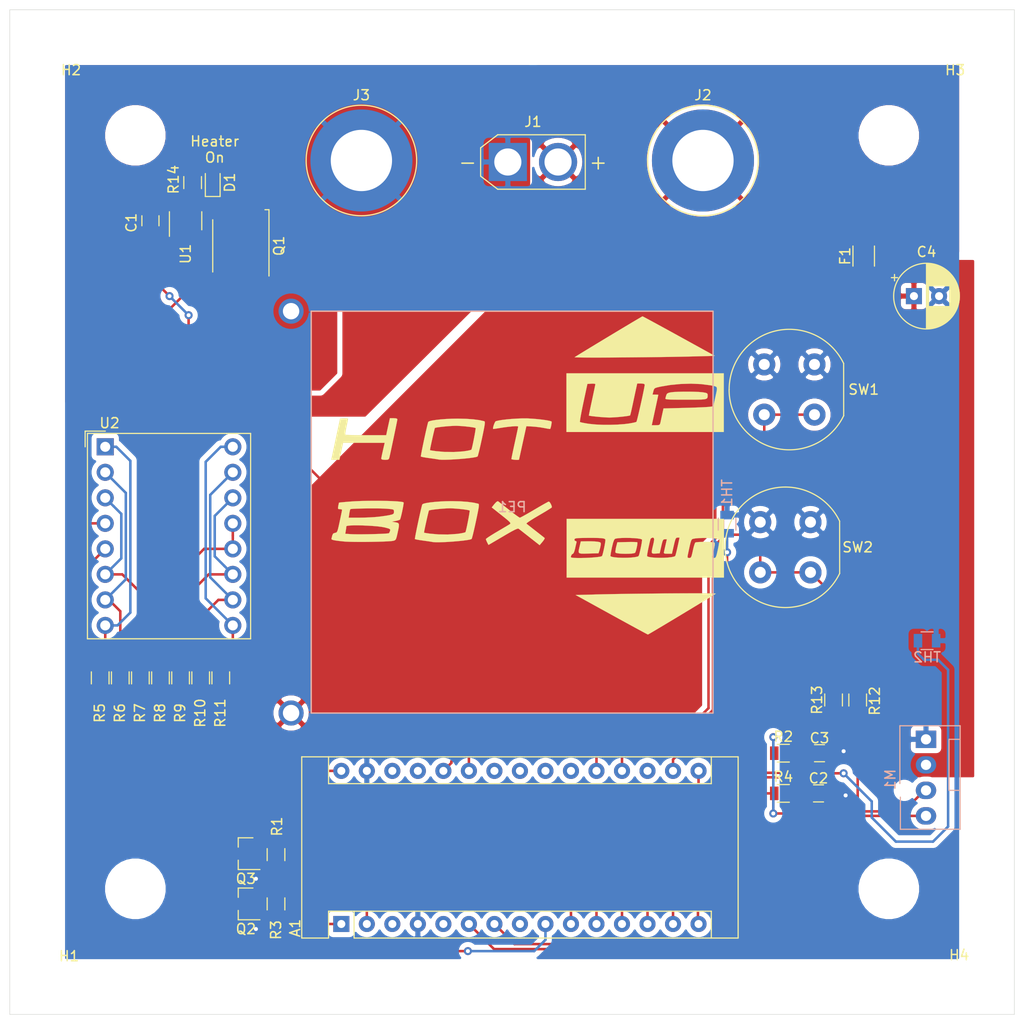
<source format=kicad_pcb>
(kicad_pcb (version 20171130) (host pcbnew 5.1.4+dfsg1-1)
  (layers (0 F.Cu signal) (31 B.Cu signal) (34 B.Paste user hide) (35 F.Paste user hide) (36 B.SilkS user hide) (37 F.SilkS user) (38 B.Mask user) (39 F.Mask user) (44 Edge.Cuts user))
  (net 0 "")
  (net 1 "Net-(A1-Pad1)")
  (net 2 "Net-(A1-Pad17)")
  (net 3 "Net-(A1-Pad2)")
  (net 4 "Net-(A1-Pad18)")
  (net 5 "Net-(A1-Pad3)")
  (net 6 "Net-(A1-Pad19)")
  (net 7 "Net-(A1-Pad20)")
  (net 8 "Net-(A1-Pad5)")
  (net 9 "Net-(A1-Pad21)")
  (net 10 "Net-(A1-Pad6)")
  (net 11 "Net-(A1-Pad22)")
  (net 12 "Net-(A1-Pad7)")
  (net 13 "Net-(A1-Pad23)")
  (net 14 "Net-(A1-Pad8)")
  (net 15 "Net-(A1-Pad24)")
  (net 16 "Net-(A1-Pad9)")
  (net 17 "Net-(A1-Pad25)")
  (net 18 "Net-(A1-Pad10)")
  (net 19 "Net-(A1-Pad26)")
  (net 20 "Net-(A1-Pad11)")
  (net 21 "Net-(A1-Pad27)")
  (net 22 "Net-(A1-Pad12)")
  (net 23 "Net-(A1-Pad28)")
  (net 24 "Net-(A1-Pad13)")
  (net 25 "Net-(A1-Pad14)")
  (net 26 "Net-(A1-Pad15)")
  (net 27 "Net-(A1-Pad16)")
  (net 28 GND)
  (net 29 "Net-(F1-Pad2)")
  (net 30 "Net-(PE1-Pad2)")
  (net 31 "Net-(Q1-Pad4)")
  (net 32 "Net-(U1-Pad1)")
  (net 33 +12V)
  (net 34 "Net-(Q2-Pad3)")
  (net 35 "Net-(Q2-Pad2)")
  (net 36 "Net-(Q3-Pad2)")
  (net 37 "Net-(Q3-Pad3)")
  (net 38 /C)
  (net 39 /E)
  (net 40 /D)
  (net 41 /G)
  (net 42 /A)
  (net 43 /F)
  (net 44 /B)
  (net 45 "Net-(D1-Pad2)")
  (module Artesyn:DOWN (layer F.Cu) (at 160.173 100.933 180)
    (fp_text reference G*** hide)
    (fp_text value LOGO hide)
  )
  (module Artesyn:UP (layer F.Cu) (at 160.073 80.433)
    (fp_text reference G*** hide)
    (fp_text value LOGO hide)
  )
  (module Artesyn:HOTBOX (layer F.Cu) (at 139.773 91.333)
    (fp_text reference G*** hide)
    (fp_text value LOGO hide)
  )
  (module Connector:FanPinHeader_1x04_P2.54mm_Vertical (layer B.Cu) (at 188.073 116.953 270)
    (fp_text reference M1 (at 4 3.55 90) (layer B.SilkS) (effects (justify mirror)))
    (fp_text value Fan_4pin)
    (pad 1 thru_hole rect (at 0 0 180) (size 2.03 1.73) (drill 1.02) (layers *.Cu *.Mask) (net 28 GND))
    (pad 2 thru_hole oval (at 2.54 0 180) (size 2.03 1.73) (drill 1.02) (layers *.Cu *.Mask) (net 33 +12V))
    (pad 3 thru_hole oval (at 5.08 0 180) (size 2.03 1.73) (drill 1.02) (layers *.Cu *.Mask) (net 12 "Net-(A1-Pad7)"))
    (pad 4 thru_hole oval (at 7.62 0 180) (size 2.03 1.73) (drill 1.02) (layers *.Cu *.Mask) (net 10 "Net-(A1-Pad6)"))
    (pad "" np_thru_hole circle (at 5.08 2.16 180) (size 1.1 1.1) (drill 1.1) (layers *.Cu *.Mask))
  )
  (module Artesyn:Peltier_40x40 (layer B.Cu) (at 146.873 94.333)
    (fp_text reference PE1 (at 0 -0.5) (layer B.SilkS) (effects (justify mirror)))
    (fp_text value Peltier_Element)
    (pad 2 thru_hole circle (at -22 -20) (size 2.5 2.5) (drill 1.63) (layers *.Cu *.Mask) (net 30 "Net-(PE1-Pad2)"))
    (pad 1 thru_hole circle (at -22 20) (size 2.5 2.5) (drill 1.63) (layers *.Cu *.Mask) (net 33 +12V))
  )
  (module MountingHole:MountingHole_3.2mm_M3 (layer F.Cu) (at 99.373 141.833)
    (fp_text reference H1 (at 3.4 -3.3) (layer F.SilkS))
    (fp_text value MountingHole)
    (pad 1 np_thru_hole circle (at 0 0) (size 3.2 3.2) (drill 3.2) (layers *.Cu *.Mask))
  )
  (module MountingHole:MountingHole_3.2mm_M3 (layer F.Cu) (at 99.373 46.833)
    (fp_text reference H2 (at 3.6 3.5) (layer F.SilkS))
    (fp_text value MountingHole)
    (pad 1 np_thru_hole circle (at 0 0) (size 3.2 3.2) (drill 3.2) (layers *.Cu *.Mask))
  )
  (module MountingHole:MountingHole_3.2mm_M3 (layer F.Cu) (at 194.373 46.833)
    (fp_text reference H3 (at -3.4 3.5) (layer F.SilkS))
    (fp_text value MountingHole)
    (pad 1 np_thru_hole circle (at 0 0) (size 3.2 3.2) (drill 3.2) (layers *.Cu *.Mask))
  )
  (module MountingHole:MountingHole_3.2mm_M3 (layer F.Cu) (at 194.373 141.833)
    (fp_text reference H4 (at -3 -3.4) (layer F.SilkS))
    (fp_text value MountingHole)
    (pad 1 np_thru_hole circle (at 0 0) (size 3.2 3.2) (drill 3.2) (layers *.Cu *.Mask))
  )
  (module Artesyn:LGA1155_FAN (layer B.Cu) (at 109.373 131.833 90)
    (fp_text reference M2 (at 0 -0.5 90) (layer B.SilkS) (effects (justify mirror)))
    (fp_text value Fan)
    (pad "" np_thru_hole circle (at 0 0 90) (size 4.03 4.03) (drill 4.03) (layers *.Cu *.Mask) (clearance 1))
    (pad "" np_thru_hole circle (at 75 0 90) (size 4.03 4.03) (drill 4.03) (layers *.Cu *.Mask) (clearance 1))
    (pad "" np_thru_hole circle (at 75 75 90) (size 4.03 4.03) (drill 4.03) (layers *.Cu *.Mask) (clearance 1))
    (pad "" np_thru_hole circle (at 0 75 90) (size 4.03 4.03) (drill 4.03) (layers *.Cu *.Mask) (clearance 1))
  )
  (module Module:Arduino_Nano (layer F.Cu) (at 129.873 135.333 90)
    (fp_text reference A1 (at -0.4 -4.6 90) (layer F.SilkS))
    (fp_text value Arduino_Nano_v3.x)
    (pad 1 thru_hole rect (at 0 0 90) (size 1.6 1.6) (drill 0.8) (layers *.Cu *.Mask) (net 1 "Net-(A1-Pad1)"))
    (pad 17 thru_hole oval (at 15.24 33.02 90) (size 1.6 1.6) (drill 0.8) (layers *.Cu *.Mask) (net 2 "Net-(A1-Pad17)"))
    (pad 2 thru_hole oval (at 0 2.54 90) (size 1.6 1.6) (drill 0.8) (layers *.Cu *.Mask) (net 3 "Net-(A1-Pad2)"))
    (pad 18 thru_hole oval (at 15.24 30.48 90) (size 1.6 1.6) (drill 0.8) (layers *.Cu *.Mask) (net 4 "Net-(A1-Pad18)"))
    (pad 3 thru_hole oval (at 0 5.08 90) (size 1.6 1.6) (drill 0.8) (layers *.Cu *.Mask) (net 5 "Net-(A1-Pad3)"))
    (pad 19 thru_hole oval (at 15.24 27.94 90) (size 1.6 1.6) (drill 0.8) (layers *.Cu *.Mask) (net 6 "Net-(A1-Pad19)"))
    (pad 4 thru_hole oval (at 0 7.62 90) (size 1.6 1.6) (drill 0.8) (layers *.Cu *.Mask) (net 28 GND))
    (pad 20 thru_hole oval (at 15.24 25.4 90) (size 1.6 1.6) (drill 0.8) (layers *.Cu *.Mask) (net 7 "Net-(A1-Pad20)"))
    (pad 5 thru_hole oval (at 0 10.16 90) (size 1.6 1.6) (drill 0.8) (layers *.Cu *.Mask) (net 8 "Net-(A1-Pad5)"))
    (pad 21 thru_hole oval (at 15.24 22.86 90) (size 1.6 1.6) (drill 0.8) (layers *.Cu *.Mask) (net 9 "Net-(A1-Pad21)"))
    (pad 6 thru_hole oval (at 0 12.7 90) (size 1.6 1.6) (drill 0.8) (layers *.Cu *.Mask) (net 10 "Net-(A1-Pad6)"))
    (pad 22 thru_hole oval (at 15.24 20.32 90) (size 1.6 1.6) (drill 0.8) (layers *.Cu *.Mask) (net 11 "Net-(A1-Pad22)"))
    (pad 7 thru_hole oval (at 0 15.24 90) (size 1.6 1.6) (drill 0.8) (layers *.Cu *.Mask) (net 12 "Net-(A1-Pad7)"))
    (pad 23 thru_hole oval (at 15.24 17.78 90) (size 1.6 1.6) (drill 0.8) (layers *.Cu *.Mask) (net 13 "Net-(A1-Pad23)"))
    (pad 8 thru_hole oval (at 0 17.78 90) (size 1.6 1.6) (drill 0.8) (layers *.Cu *.Mask) (net 14 "Net-(A1-Pad8)"))
    (pad 24 thru_hole oval (at 15.24 15.24 90) (size 1.6 1.6) (drill 0.8) (layers *.Cu *.Mask) (net 15 "Net-(A1-Pad24)"))
    (pad 9 thru_hole oval (at 0 20.32 90) (size 1.6 1.6) (drill 0.8) (layers *.Cu *.Mask) (net 16 "Net-(A1-Pad9)"))
    (pad 25 thru_hole oval (at 15.24 12.7 90) (size 1.6 1.6) (drill 0.8) (layers *.Cu *.Mask) (net 17 "Net-(A1-Pad25)"))
    (pad 10 thru_hole oval (at 0 22.86 90) (size 1.6 1.6) (drill 0.8) (layers *.Cu *.Mask) (net 18 "Net-(A1-Pad10)"))
    (pad 26 thru_hole oval (at 15.24 10.16 90) (size 1.6 1.6) (drill 0.8) (layers *.Cu *.Mask) (net 19 "Net-(A1-Pad26)"))
    (pad 11 thru_hole oval (at 0 25.4 90) (size 1.6 1.6) (drill 0.8) (layers *.Cu *.Mask) (net 20 "Net-(A1-Pad11)"))
    (pad 27 thru_hole oval (at 15.24 7.62 90) (size 1.6 1.6) (drill 0.8) (layers *.Cu *.Mask) (net 21 "Net-(A1-Pad27)"))
    (pad 12 thru_hole oval (at 0 27.94 90) (size 1.6 1.6) (drill 0.8) (layers *.Cu *.Mask) (net 22 "Net-(A1-Pad12)"))
    (pad 28 thru_hole oval (at 15.24 5.08 90) (size 1.6 1.6) (drill 0.8) (layers *.Cu *.Mask) (net 23 "Net-(A1-Pad28)"))
    (pad 13 thru_hole oval (at 0 30.48 90) (size 1.6 1.6) (drill 0.8) (layers *.Cu *.Mask) (net 24 "Net-(A1-Pad13)"))
    (pad 29 thru_hole oval (at 15.24 2.54 90) (size 1.6 1.6) (drill 0.8) (layers *.Cu *.Mask) (net 28 GND))
    (pad 14 thru_hole oval (at 0 33.02 90) (size 1.6 1.6) (drill 0.8) (layers *.Cu *.Mask) (net 25 "Net-(A1-Pad14)"))
    (pad 30 thru_hole oval (at 15.24 0 90) (size 1.6 1.6) (drill 0.8) (layers *.Cu *.Mask) (net 33 +12V))
    (pad 15 thru_hole oval (at 0 35.56 90) (size 1.6 1.6) (drill 0.8) (layers *.Cu *.Mask) (net 26 "Net-(A1-Pad15)"))
    (pad 16 thru_hole oval (at 15.24 35.56 90) (size 1.6 1.6) (drill 0.8) (layers *.Cu *.Mask) (net 27 "Net-(A1-Pad16)"))
  )
  (module Artesyn:1206_R (layer F.Cu) (at 181.873 68.848 90)
    (fp_text reference F1 (at 0 -1.85 90) (layer F.SilkS))
    (fp_text value Fuse)
    (pad 1 smd rect (at -1.485 0 90) (size 1.07 1.6) (layers F.Cu F.Paste F.Mask) (net 33 +12V))
    (pad 2 smd rect (at 1.485 0 90) (size 1.07 1.6) (layers F.Cu F.Paste F.Mask) (net 29 "Net-(F1-Pad2)"))
  )
  (module Package_TO_SOT_SMD:TDSON-8-1 (layer F.Cu) (at 119.873 67.833 270)
    (fp_text reference Q1 (at 0 -3.8 90) (layer F.SilkS))
    (fp_text value BSC028N06LS3)
    (pad 1 smd rect (at -2.75 -1.91 180) (size 0.7 0.8) (layers F.Cu F.Paste F.Mask) (net 28 GND))
    (pad 2 smd rect (at -2.75 -0.64 180) (size 0.7 0.8) (layers F.Cu F.Paste F.Mask) (net 28 GND))
    (pad 3 smd rect (at -2.75 0.64 180) (size 0.7 0.8) (layers F.Cu F.Paste F.Mask) (net 28 GND))
    (pad 4 smd rect (at -2.75 1.91 180) (size 0.7 0.8) (layers F.Cu F.Paste F.Mask) (net 31 "Net-(Q1-Pad4)"))
    (pad 5 smd rect (at 2.75 1.91 180) (size 0.7 0.8) (layers F.Cu F.Paste F.Mask) (net 30 "Net-(PE1-Pad2)"))
    (pad 5 smd rect (at 2.75 0.64 180) (size 0.7 0.8) (layers F.Cu F.Paste F.Mask) (net 30 "Net-(PE1-Pad2)"))
    (pad 5 smd rect (at 2.75 -0.64 180) (size 0.7 0.8) (layers F.Cu F.Paste F.Mask) (net 30 "Net-(PE1-Pad2)"))
    (pad 5 smd rect (at 2.75 -1.91 180) (size 0.7 0.8) (layers F.Cu F.Paste F.Mask) (net 30 "Net-(PE1-Pad2)"))
    (pad 5 smd rect (at 0.5 0 180) (size 4.5 4.29) (layers F.Cu F.Mask) (net 30 "Net-(PE1-Pad2)"))
  )
  (module Package_TO_SOT_SMD:SOT-23-5 (layer F.Cu) (at 114.373 65.333 90)
    (fp_text reference U1 (at -3.3 0 90) (layer F.SilkS))
    (fp_text value MCP1416)
    (pad 1 smd rect (at -1.1 -0.95 90) (size 1.06 0.65) (layers F.Cu F.Paste F.Mask) (net 32 "Net-(U1-Pad1)"))
    (pad 2 smd rect (at -1.1 0 90) (size 1.06 0.65) (layers F.Cu F.Paste F.Mask) (net 33 +12V))
    (pad 3 smd rect (at -1.1 0.95 90) (size 1.06 0.65) (layers F.Cu F.Paste F.Mask) (net 16 "Net-(A1-Pad9)"))
    (pad 4 smd rect (at 1.1 0.95 90) (size 1.06 0.65) (layers F.Cu F.Paste F.Mask) (net 28 GND))
    (pad 5 smd rect (at 1.1 -0.95 90) (size 1.06 0.65) (layers F.Cu F.Paste F.Mask) (net 31 "Net-(Q1-Pad4)"))
  )
  (module Artesyn:0805_C (layer F.Cu) (at 177.473 118.333)
    (fp_text reference C3 (at 0 -1.5) (layer F.SilkS))
    (fp_text value 0.1uF)
    (pad 2 smd rect (at 0.905 0) (size 0.85 1.35) (layers F.Cu F.Paste F.Mask) (net 28 GND))
    (pad 1 smd rect (at -0.905 0) (size 0.85 1.35) (layers F.Cu F.Paste F.Mask) (net 7 "Net-(A1-Pad20)"))
  )
  (module Display_7Segment:DA04-11CGKWA (layer F.Cu) (at 106.373 87.833)
    (fp_text reference U2 (at 0.43 -2.36) (layer F.SilkS))
    (fp_text value DA04-11CGKWA)
    (pad 1 thru_hole rect (at 0 0) (size 1.7 1.7) (drill 1) (layers *.Cu *.Mask) (net 38 /C))
    (pad 2 thru_hole circle (at 0 2.54) (size 1.7 1.7) (drill 1) (layers *.Cu *.Mask) (net 39 /E))
    (pad 3 thru_hole circle (at 0 5.08) (size 1.7 1.7) (drill 1) (layers *.Cu *.Mask) (net 40 /D))
    (pad 4 thru_hole circle (at 0 7.62) (size 1.7 1.7) (drill 1) (layers *.Cu *.Mask) (net 34 "Net-(Q2-Pad3)"))
    (pad 5 thru_hole circle (at 0 10.16) (size 1.7 1.7) (drill 1) (layers *.Cu *.Mask) (net 37 "Net-(Q3-Pad3)"))
    (pad 6 thru_hole circle (at 0 12.7) (size 1.7 1.7) (drill 1) (layers *.Cu *.Mask) (net 40 /D))
    (pad 7 thru_hole circle (at 0 15.24) (size 1.7 1.7) (drill 1) (layers *.Cu *.Mask) (net 39 /E))
    (pad 8 thru_hole circle (at 0 17.78) (size 1.7 1.7) (drill 1) (layers *.Cu *.Mask) (net 38 /C))
    (pad 9 thru_hole circle (at 12.7 17.78) (size 1.7 1.7) (drill 1) (layers *.Cu *.Mask) (net 41 /G))
    (pad 10 thru_hole circle (at 12.7 15.24) (size 1.7 1.7) (drill 1) (layers *.Cu *.Mask) (net 42 /A))
    (pad 11 thru_hole circle (at 12.7 12.7) (size 1.7 1.7) (drill 1) (layers *.Cu *.Mask) (net 43 /F))
    (pad 12 thru_hole circle (at 12.7 10.16) (size 1.7 1.7) (drill 1) (layers *.Cu *.Mask) (net 44 /B))
    (pad 13 thru_hole circle (at 12.7 7.62) (size 1.7 1.7) (drill 1) (layers *.Cu *.Mask) (net 44 /B))
    (pad 14 thru_hole circle (at 12.7 5.08) (size 1.7 1.7) (drill 1) (layers *.Cu *.Mask) (net 43 /F))
    (pad 15 thru_hole circle (at 12.7 2.54) (size 1.7 1.7) (drill 1) (layers *.Cu *.Mask) (net 42 /A))
    (pad 16 thru_hole circle (at 12.7 0) (size 1.7 1.7) (drill 1) (layers *.Cu *.Mask) (net 41 /G))
  )
  (module Artesyn:0805_C (layer F.Cu) (at 110.873 65.333 90)
    (fp_text reference C1 (at -0.2 -1.9 90) (layer F.SilkS))
    (fp_text value 0.1uF)
    (pad 1 smd rect (at -0.905 0 90) (size 0.85 1.35) (layers F.Cu F.Paste F.Mask) (net 33 +12V))
    (pad 2 smd rect (at 0.905 0 90) (size 0.85 1.35) (layers F.Cu F.Paste F.Mask) (net 28 GND))
  )
  (module Artesyn:0805_C (layer F.Cu) (at 177.373 122.333)
    (fp_text reference C2 (at 0 -1.5) (layer F.SilkS))
    (fp_text value 0.1uF)
    (pad 2 smd rect (at 0.905 0) (size 0.85 1.35) (layers F.Cu F.Paste F.Mask) (net 28 GND))
    (pad 1 smd rect (at -0.905 0) (size 0.85 1.35) (layers F.Cu F.Paste F.Mask) (net 6 "Net-(A1-Pad19)"))
  )
  (module Package_TO_SOT_SMD:SOT-23 (layer F.Cu) (at 120.373 133.333 180)
    (fp_text reference Q2 (at 0 -2.5) (layer F.SilkS))
    (fp_text value 2N3904)
    (pad 3 smd rect (at 1 0 180) (size 0.9 0.8) (layers F.Cu F.Paste F.Mask) (net 34 "Net-(Q2-Pad3)"))
    (pad 2 smd rect (at -1 0.95 180) (size 0.9 0.8) (layers F.Cu F.Paste F.Mask) (net 35 "Net-(Q2-Pad2)"))
    (pad 1 smd rect (at -1 -0.95 180) (size 0.9 0.8) (layers F.Cu F.Paste F.Mask) (net 28 GND))
  )
  (module Package_TO_SOT_SMD:SOT-23 (layer F.Cu) (at 120.373 128.333 180)
    (fp_text reference Q3 (at 0 -2.5) (layer F.SilkS))
    (fp_text value 2N3904)
    (pad 1 smd rect (at -1 -0.95 180) (size 0.9 0.8) (layers F.Cu F.Paste F.Mask) (net 28 GND))
    (pad 2 smd rect (at -1 0.95 180) (size 0.9 0.8) (layers F.Cu F.Paste F.Mask) (net 36 "Net-(Q3-Pad2)"))
    (pad 3 smd rect (at 1 0 180) (size 0.9 0.8) (layers F.Cu F.Paste F.Mask) (net 37 "Net-(Q3-Pad3)"))
  )
  (module Artesyn:0805_R (layer F.Cu) (at 123.373 128.428 90)
    (fp_text reference R1 (at 2.795 0.1 90) (layer F.SilkS))
    (fp_text value 10K)
    (pad 2 smd rect (at 0.905 0 90) (size 0.85 1.35) (layers F.Cu F.Paste F.Mask) (net 36 "Net-(Q3-Pad2)"))
    (pad 1 smd rect (at -0.905 0 90) (size 0.85 1.35) (layers F.Cu F.Paste F.Mask) (net 3 "Net-(A1-Pad2)"))
  )
  (module Artesyn:0805_R (layer F.Cu) (at 173.873 118.333)
    (fp_text reference R2 (at 0 -1.65) (layer F.SilkS))
    (fp_text value 10K)
    (pad 2 smd rect (at 0.905 0) (size 0.85 1.35) (layers F.Cu F.Paste F.Mask) (net 7 "Net-(A1-Pad20)"))
    (pad 1 smd rect (at -0.905 0) (size 0.85 1.35) (layers F.Cu F.Paste F.Mask) (net 2 "Net-(A1-Pad17)"))
  )
  (module Artesyn:0805_R (layer F.Cu) (at 123.373 133.333 90)
    (fp_text reference R3 (at -2.6 0 90) (layer F.SilkS))
    (fp_text value 10K)
    (pad 1 smd rect (at -0.905 0 90) (size 0.85 1.35) (layers F.Cu F.Paste F.Mask) (net 1 "Net-(A1-Pad1)"))
    (pad 2 smd rect (at 0.905 0 90) (size 0.85 1.35) (layers F.Cu F.Paste F.Mask) (net 35 "Net-(Q2-Pad2)"))
  )
  (module Artesyn:0805_R (layer F.Cu) (at 173.873 122.333)
    (fp_text reference R4 (at 0 -1.65) (layer F.SilkS))
    (fp_text value 10K)
    (pad 2 smd rect (at 0.905 0) (size 0.85 1.35) (layers F.Cu F.Paste F.Mask) (net 6 "Net-(A1-Pad19)"))
    (pad 1 smd rect (at -0.905 0) (size 0.85 1.35) (layers F.Cu F.Paste F.Mask) (net 2 "Net-(A1-Pad17)"))
  )
  (module Artesyn:0805_R (layer B.Cu) (at 168.273 95.533 90)
    (fp_text reference TH1 (at 3.1 0 90) (layer B.SilkS) (effects (justify mirror)))
    (fp_text value Thermistor_NTC)
    (pad 1 smd rect (at -0.905 0 90) (size 0.85 1.35) (layers B.Cu B.Paste B.Mask) (net 7 "Net-(A1-Pad20)"))
    (pad 2 smd rect (at 0.905 0 90) (size 0.85 1.35) (layers B.Cu B.Paste B.Mask) (net 28 GND))
  )
  (module Artesyn:0805_R (layer B.Cu) (at 188.178 107.133)
    (fp_text reference TH2 (at 0 1.65) (layer B.SilkS) (effects (justify mirror)))
    (fp_text value Thermistor_NTC)
    (pad 1 smd rect (at -0.905 0) (size 0.85 1.35) (layers B.Cu B.Paste B.Mask) (net 6 "Net-(A1-Pad19)"))
    (pad 2 smd rect (at 0.905 0) (size 0.85 1.35) (layers B.Cu B.Paste B.Mask) (net 28 GND))
  )
  (module Artesyn:0805_R (layer F.Cu) (at 105.873 110.833 90)
    (fp_text reference R5 (at -3.5 -0.05 90) (layer F.SilkS))
    (fp_text value 330)
    (pad 2 smd rect (at 0.905 0 90) (size 0.85 1.35) (layers F.Cu F.Paste F.Mask) (net 38 /C))
    (pad 1 smd rect (at -0.905 0 90) (size 0.85 1.35) (layers F.Cu F.Paste F.Mask) (net 18 "Net-(A1-Pad10)"))
  )
  (module Artesyn:0805_R (layer F.Cu) (at 107.873 110.833 90)
    (fp_text reference R6 (at -3.5 -0.05 90) (layer F.SilkS))
    (fp_text value 330)
    (pad 1 smd rect (at -0.905 0 90) (size 0.85 1.35) (layers F.Cu F.Paste F.Mask) (net 20 "Net-(A1-Pad11)"))
    (pad 2 smd rect (at 0.905 0 90) (size 0.85 1.35) (layers F.Cu F.Paste F.Mask) (net 39 /E))
  )
  (module Artesyn:0805_R (layer F.Cu) (at 109.873 110.833 90)
    (fp_text reference R7 (at -3.5 -0.05 90) (layer F.SilkS))
    (fp_text value 330)
    (pad 2 smd rect (at 0.905 0 90) (size 0.85 1.35) (layers F.Cu F.Paste F.Mask) (net 40 /D))
    (pad 1 smd rect (at -0.905 0 90) (size 0.85 1.35) (layers F.Cu F.Paste F.Mask) (net 22 "Net-(A1-Pad12)"))
  )
  (module Artesyn:0805_R (layer F.Cu) (at 111.873 110.833 90)
    (fp_text reference R8 (at -3.5 -0.05 90) (layer F.SilkS))
    (fp_text value 330)
    (pad 1 smd rect (at -0.905 0 90) (size 0.85 1.35) (layers F.Cu F.Paste F.Mask) (net 24 "Net-(A1-Pad13)"))
    (pad 2 smd rect (at 0.905 0 90) (size 0.85 1.35) (layers F.Cu F.Paste F.Mask) (net 44 /B))
  )
  (module Artesyn:0805_R (layer F.Cu) (at 113.873 110.833 90)
    (fp_text reference R9 (at -3.5 -0.05 90) (layer F.SilkS))
    (fp_text value 330)
    (pad 2 smd rect (at 0.905 0 90) (size 0.85 1.35) (layers F.Cu F.Paste F.Mask) (net 43 /F))
    (pad 1 smd rect (at -0.905 0 90) (size 0.85 1.35) (layers F.Cu F.Paste F.Mask) (net 25 "Net-(A1-Pad14)"))
  )
  (module Artesyn:0805_R (layer F.Cu) (at 115.873 110.833 90)
    (fp_text reference R10 (at -3.5 -0.05 90) (layer F.SilkS))
    (fp_text value 330)
    (pad 1 smd rect (at -0.905 0 90) (size 0.85 1.35) (layers F.Cu F.Paste F.Mask) (net 26 "Net-(A1-Pad15)"))
    (pad 2 smd rect (at 0.905 0 90) (size 0.85 1.35) (layers F.Cu F.Paste F.Mask) (net 42 /A))
  )
  (module Artesyn:0805_R (layer F.Cu) (at 117.873 110.833 90)
    (fp_text reference R11 (at -3.5 -0.05 90) (layer F.SilkS))
    (fp_text value 330)
    (pad 2 smd rect (at 0.905 0 90) (size 0.85 1.35) (layers F.Cu F.Paste F.Mask) (net 41 /G))
    (pad 1 smd rect (at -0.905 0 90) (size 0.85 1.35) (layers F.Cu F.Paste F.Mask) (net 27 "Net-(A1-Pad16)"))
  )
  (module Connector:Banana_Jack_1Pin (layer F.Cu) (at 165.873 59.333)
    (fp_text reference J2 (at 0 -6.5) (layer F.SilkS))
    (fp_text value Conn_01x01)
    (pad 1 thru_hole circle (at 0 0) (size 10.16 10.16) (drill 6.1) (layers *.Cu *.Mask) (net 29 "Net-(F1-Pad2)"))
  )
  (module Connector:Banana_Jack_1Pin (layer F.Cu) (at 131.873 59.333)
    (fp_text reference J3 (at 0 -6.5) (layer F.SilkS))
    (fp_text value Conn_01x01)
    (pad 1 thru_hole circle (at 0 0) (size 10.16 10.16) (drill 6.1) (layers *.Cu *.Mask) (net 28 GND))
  )
  (module Capacitor_THT:CP_Radial_D6.3mm_P2.50mm (layer F.Cu) (at 186.873 72.833)
    (fp_text reference C4 (at 1.25 -4.4) (layer F.SilkS))
    (fp_text value 10uF)
    (pad 1 thru_hole rect (at 0 0) (size 1.6 1.6) (drill 0.8) (layers *.Cu *.Mask) (net 33 +12V))
    (pad 2 thru_hole circle (at 2.5 0) (size 1.6 1.6) (drill 0.8) (layers *.Cu *.Mask) (net 28 GND))
  )
  (module Artesyn:0805_R (layer F.Cu) (at 181.273 113.038 90)
    (fp_text reference R12 (at -0.095 1.7 90) (layer F.SilkS))
    (fp_text value 10K)
    (pad 2 smd rect (at 0.905 0 90) (size 0.85 1.35) (layers F.Cu F.Paste F.Mask) (net 19 "Net-(A1-Pad26)"))
    (pad 1 smd rect (at -0.905 0 90) (size 0.85 1.35) (layers F.Cu F.Paste F.Mask) (net 2 "Net-(A1-Pad17)"))
  )
  (module Artesyn:0805_R (layer F.Cu) (at 178.873 113.033 90)
    (fp_text reference R13 (at 0 -1.65 90) (layer F.SilkS))
    (fp_text value 10K)
    (pad 1 smd rect (at -0.905 0 90) (size 0.85 1.35) (layers F.Cu F.Paste F.Mask) (net 2 "Net-(A1-Pad17)"))
    (pad 2 smd rect (at 0.905 0 90) (size 0.85 1.35) (layers F.Cu F.Paste F.Mask) (net 17 "Net-(A1-Pad25)"))
  )
  (module LED_SMD:LED_0603_1608Metric (layer F.Cu) (at 117.073 61.433 90)
    (fp_text reference D1 (at -0.1 1.7 90) (layer F.SilkS))
    (fp_text value LED)
    (pad 1 smd roundrect (at -0.7875 0 90) (size 0.875 0.95) (layers F.Cu F.Paste F.Mask) (net 28 GND))
    (pad 2 smd roundrect (at 0.7875 0 90) (size 0.875 0.95) (layers F.Cu F.Paste F.Mask) (net 45 "Net-(D1-Pad2)"))
  )
  (module Artesyn:0805_R (layer F.Cu) (at 115.073 61.533 270)
    (fp_text reference R14 (at -0.3 1.9 90) (layer F.SilkS))
    (fp_text value 330)
    (pad 2 smd rect (at 0.905 0 270) (size 0.85 1.35) (layers F.Cu F.Paste F.Mask) (net 31 "Net-(Q1-Pad4)"))
    (pad 1 smd rect (at -0.905 0 270) (size 0.85 1.35) (layers F.Cu F.Paste F.Mask) (net 45 "Net-(D1-Pad2)"))
  )
  (module Artesyn:SW_D6 (layer F.Cu) (at 174.473 82.133 180)
    (fp_text reference SW1 (at -7.4 0) (layer F.SilkS))
    (fp_text value SW_Push_4PIN)
    (pad 1 thru_hole circle (at -2.5 -2.5 180) (size 2.2 2.2) (drill 1.1) (layers *.Cu *.Mask) (net 19 "Net-(A1-Pad26)"))
    (pad 2 thru_hole circle (at -2.5 2.5 180) (size 2.2 2.2) (drill 1.1) (layers *.Cu *.Mask) (net 28 GND))
    (pad 2 thru_hole circle (at 2.5 2.5 180) (size 2.2 2.2) (drill 1.1) (layers *.Cu *.Mask) (net 28 GND))
    (pad 1 thru_hole circle (at 2.5 -2.5 180) (size 2.2 2.2) (drill 1.1) (layers *.Cu *.Mask) (net 19 "Net-(A1-Pad26)"))
  )
  (module Artesyn:SW_D6 (layer F.Cu) (at 174.073 97.833 180)
    (fp_text reference SW2 (at -7.2 0) (layer F.SilkS))
    (fp_text value SW_Push_4PIN)
    (pad 1 thru_hole circle (at 2.5 -2.5 180) (size 2.2 2.2) (drill 1.1) (layers *.Cu *.Mask) (net 17 "Net-(A1-Pad25)"))
    (pad 2 thru_hole circle (at 2.5 2.5 180) (size 2.2 2.2) (drill 1.1) (layers *.Cu *.Mask) (net 28 GND))
    (pad 2 thru_hole circle (at -2.5 2.5 180) (size 2.2 2.2) (drill 1.1) (layers *.Cu *.Mask) (net 28 GND))
    (pad 1 thru_hole circle (at -2.5 -2.5 180) (size 2.2 2.2) (drill 1.1) (layers *.Cu *.Mask) (net 17 "Net-(A1-Pad25)"))
  )
  (module AMASS:AMASS_XT30U-M_1x02_P5.0mm_Vertical (layer F.Cu) (at 146.448 59.483)
    (fp_text reference J1 (at 2.5 -4) (layer F.SilkS))
    (fp_text value Conn_01x02)
    (fp_text user + (at 9 0) (layer F.SilkS) (effects (font (size 1.5 1.5))))
    (fp_text user - (at -4 0) (layer F.SilkS) (effects (font (size 1.5 1.5))))
    (pad 1 thru_hole rect (at 0 0) (size 3.8 3.8) (drill 2.7) (layers *.Cu *.Mask) (net 28 GND))
    (pad 2 thru_hole circle (at 5 0) (size 3.8 3.8) (drill 2.7) (layers *.Cu *.Mask) (net 29 "Net-(F1-Pad2)"))
  )
  (gr_text "Heater\nOn" (at 117.273 58.233) (layer F.SilkS) (effects (font (size 1 1))))
  (gr_line (start 196.873 44.333) (end 96.873 44.333) (layer Edge.Cuts) (width 0.05))
  (gr_line (start 196.873 144.333) (end 196.873 44.333) (layer Edge.Cuts) (width 0.05))
  (gr_line (start 96.873 144.333) (end 96.873 44.333) (layer Edge.Cuts) (width 0.05))
  (gr_line (start 196.873 144.333) (end 96.873 144.333) (layer Edge.Cuts) (width 0.05))
  (segment (start 129.873 135.333) (end 126.873 135.333) (width 0.25) (layer F.Cu) (net 1))
  (segment (start 125.778 134.238) (end 123.373 134.238) (width 0.25) (layer F.Cu) (net 1))
  (segment (start 126.873 135.333) (end 125.778 134.238) (width 0.25) (layer F.Cu) (net 1))
  (via (at 172.873 124.333) (size 0.8) (drill 0.4) (layers F.Cu B.Cu) (net 2))
  (segment (start 172.873 124.333) (end 172.873 116.733) (width 0.25) (layer B.Cu) (net 2))
  (via (at 172.873 116.733) (size 0.8) (drill 0.4) (layers F.Cu B.Cu) (net 2))
  (segment (start 172.873 122.428) (end 172.873 124.333) (width 0.25) (layer F.Cu) (net 2))
  (segment (start 172.968 122.333) (end 172.873 122.428) (width 0.25) (layer F.Cu) (net 2))
  (segment (start 172.873 118.238) (end 172.873 116.733) (width 0.25) (layer F.Cu) (net 2))
  (segment (start 172.968 118.333) (end 172.873 118.238) (width 0.25) (layer F.Cu) (net 2))
  (segment (start 170.473 122.333) (end 172.968 122.333) (width 0.25) (layer F.Cu) (net 2))
  (segment (start 166.473 118.333) (end 170.473 122.333) (width 0.25) (layer F.Cu) (net 2))
  (segment (start 163.52163 118.333) (end 166.473 118.333) (width 0.25) (layer F.Cu) (net 2))
  (segment (start 162.893 120.093) (end 162.893 118.96163) (width 0.25) (layer F.Cu) (net 2))
  (segment (start 162.893 118.96163) (end 163.52163 118.333) (width 0.25) (layer F.Cu) (net 2))
  (segment (start 172.873 124.333) (end 179.673 124.333) (width 0.25) (layer F.Cu) (net 2))
  (segment (start 179.673 124.333) (end 181.273 122.733) (width 0.25) (layer F.Cu) (net 2))
  (segment (start 181.273 122.733) (end 181.273 113.943) (width 0.25) (layer F.Cu) (net 2))
  (segment (start 181.268 113.938) (end 181.273 113.943) (width 0.25) (layer F.Cu) (net 2))
  (segment (start 178.873 113.938) (end 181.268 113.938) (width 0.25) (layer F.Cu) (net 2))
  (segment (start 132.413 135.333) (end 132.413 132.873) (width 0.25) (layer F.Cu) (net 3))
  (segment (start 128.873 129.333) (end 123.373 129.333) (width 0.25) (layer F.Cu) (net 3))
  (segment (start 132.413 132.873) (end 128.873 129.333) (width 0.25) (layer F.Cu) (net 3))
  (segment (start 174.778 122.333) (end 176.468 122.333) (width 0.25) (layer F.Cu) (net 6))
  (segment (start 174.778 121.408) (end 174.778 122.333) (width 0.25) (layer F.Cu) (net 6))
  (segment (start 166.50941 117.733) (end 169.50941 120.733) (width 0.25) (layer F.Cu) (net 6))
  (segment (start 174.103 120.733) (end 174.778 121.408) (width 0.25) (layer F.Cu) (net 6))
  (segment (start 157.813 118.393) (end 158.473 117.733) (width 0.25) (layer F.Cu) (net 6))
  (segment (start 157.813 120.093) (end 157.813 118.393) (width 0.25) (layer F.Cu) (net 6))
  (segment (start 158.473 117.733) (end 166.50941 117.733) (width 0.25) (layer F.Cu) (net 6))
  (segment (start 169.50941 120.733) (end 174.103 120.733) (width 0.25) (layer F.Cu) (net 6))
  (via (at 179.872996 120.333) (size 0.8) (drill 0.4) (layers F.Cu B.Cu) (net 6))
  (segment (start 176.468 122.333) (end 176.468 122.083) (width 0.25) (layer F.Cu) (net 6))
  (segment (start 179.307311 120.333) (end 179.872996 120.333) (width 0.25) (layer F.Cu) (net 6))
  (segment (start 178.218 120.333) (end 179.307311 120.333) (width 0.25) (layer F.Cu) (net 6))
  (segment (start 176.468 122.083) (end 178.218 120.333) (width 0.25) (layer F.Cu) (net 6))
  (segment (start 187.273 108.433) (end 187.273 107.133) (width 0.25) (layer B.Cu) (net 6))
  (segment (start 187.873 109.033) (end 187.273 108.433) (width 0.25) (layer B.Cu) (net 6))
  (segment (start 190.273 110.033) (end 189.273 109.033) (width 0.25) (layer B.Cu) (net 6))
  (segment (start 182.673 123.133004) (end 182.673 124.733) (width 0.25) (layer B.Cu) (net 6))
  (segment (start 190.273 125.633) (end 190.273 110.033) (width 0.25) (layer B.Cu) (net 6))
  (segment (start 182.673 124.733) (end 185.073 127.133) (width 0.25) (layer B.Cu) (net 6))
  (segment (start 179.872996 120.333) (end 182.673 123.133004) (width 0.25) (layer B.Cu) (net 6))
  (segment (start 189.273 109.033) (end 187.873 109.033) (width 0.25) (layer B.Cu) (net 6))
  (segment (start 185.073 127.133) (end 188.773 127.133) (width 0.25) (layer B.Cu) (net 6))
  (segment (start 188.773 127.133) (end 190.273 125.633) (width 0.25) (layer B.Cu) (net 6))
  (segment (start 174.778 118.333) (end 176.568 118.333) (width 0.25) (layer F.Cu) (net 7))
  (via (at 168.273 98.333) (size 0.8) (drill 0.4) (layers F.Cu B.Cu) (net 7))
  (segment (start 168.273 98.333) (end 168.273 96.438) (width 0.25) (layer B.Cu) (net 7))
  (segment (start 168.273 100.133) (end 168.273 98.333) (width 0.25) (layer F.Cu) (net 7))
  (segment (start 176.473 117.313) (end 176.473 108.333) (width 0.25) (layer F.Cu) (net 7))
  (segment (start 176.473 108.333) (end 168.273 100.133) (width 0.25) (layer F.Cu) (net 7))
  (segment (start 176.568 118.333) (end 176.568 117.408) (width 0.25) (layer F.Cu) (net 7))
  (segment (start 176.568 117.408) (end 176.473 117.313) (width 0.25) (layer F.Cu) (net 7))
  (segment (start 156.32301 117.28299) (end 155.273 118.333) (width 0.25) (layer F.Cu) (net 7))
  (segment (start 174.778 119.258) (end 173.75301 120.28299) (width 0.25) (layer F.Cu) (net 7))
  (segment (start 155.273 118.333) (end 155.273 120.093) (width 0.25) (layer F.Cu) (net 7))
  (segment (start 169.69581 120.28299) (end 166.69581 117.28299) (width 0.25) (layer F.Cu) (net 7))
  (segment (start 173.75301 120.28299) (end 169.69581 120.28299) (width 0.25) (layer F.Cu) (net 7))
  (segment (start 174.778 118.333) (end 174.778 119.258) (width 0.25) (layer F.Cu) (net 7))
  (segment (start 166.69581 117.28299) (end 156.32301 117.28299) (width 0.25) (layer F.Cu) (net 7))
  (segment (start 145.073 137.833) (end 143.372999 136.132999) (width 0.25) (layer F.Cu) (net 10))
  (segment (start 143.372999 136.132999) (end 142.573 135.333) (width 0.25) (layer F.Cu) (net 10))
  (segment (start 170.50941 137.833) (end 145.073 137.833) (width 0.25) (layer F.Cu) (net 10))
  (segment (start 174.373 130.96941) (end 174.373 133.96941) (width 0.25) (layer F.Cu) (net 10))
  (segment (start 174.373 133.96941) (end 170.50941 137.833) (width 0.25) (layer F.Cu) (net 10))
  (segment (start 180.769412 124.573) (end 180.641206 124.701206) (width 0.25) (layer F.Cu) (net 10))
  (segment (start 188.073 124.573) (end 180.769412 124.573) (width 0.25) (layer F.Cu) (net 10))
  (segment (start 180.641206 124.701206) (end 174.373 130.96941) (width 0.25) (layer F.Cu) (net 10))
  (segment (start 145.113 135.333) (end 147.113 137.333) (width 0.25) (layer F.Cu) (net 12))
  (segment (start 173.873 133.833) (end 173.873 130.833) (width 0.25) (layer F.Cu) (net 12))
  (segment (start 170.373 137.333) (end 173.873 133.833) (width 0.25) (layer F.Cu) (net 12))
  (segment (start 147.113 137.333) (end 170.373 137.333) (width 0.25) (layer F.Cu) (net 12))
  (segment (start 187.923 122.033) (end 185.83301 124.12299) (width 0.25) (layer F.Cu) (net 12))
  (segment (start 188.073 122.033) (end 187.923 122.033) (width 0.25) (layer F.Cu) (net 12))
  (segment (start 180.58301 124.12299) (end 180.573 124.133) (width 0.25) (layer F.Cu) (net 12))
  (segment (start 185.83301 124.12299) (end 180.58301 124.12299) (width 0.25) (layer F.Cu) (net 12))
  (segment (start 173.873 130.833) (end 180.573 124.133) (width 0.25) (layer F.Cu) (net 12))
  (segment (start 115.323 66.433) (end 115.323 71.583) (width 0.25) (layer F.Cu) (net 16))
  (segment (start 115.323 71.583) (end 102.673 84.233) (width 0.25) (layer F.Cu) (net 16))
  (segment (start 102.673 84.233) (end 102.673 135.133) (width 0.25) (layer F.Cu) (net 16))
  (segment (start 102.673 135.133) (end 105.573 138.033) (width 0.25) (layer F.Cu) (net 16))
  (via (at 142.473 138.033) (size 0.8) (drill 0.4) (layers F.Cu B.Cu) (net 16))
  (segment (start 105.573 138.033) (end 142.473 138.033) (width 0.25) (layer F.Cu) (net 16))
  (segment (start 150.193 136.913) (end 150.193 135.333) (width 0.25) (layer B.Cu) (net 16))
  (segment (start 142.473 138.033) (end 149.073 138.033) (width 0.25) (layer B.Cu) (net 16))
  (segment (start 149.073 138.033) (end 150.193 136.913) (width 0.25) (layer B.Cu) (net 16))
  (segment (start 169.773 96.583) (end 168.123 96.583) (width 0.25) (layer F.Cu) (net 17))
  (segment (start 168.123 96.583) (end 166.873 97.833) (width 0.25) (layer F.Cu) (net 17))
  (segment (start 166.873 114.033) (end 164.07302 116.83298) (width 0.25) (layer F.Cu) (net 17))
  (segment (start 166.873 97.833) (end 166.873 114.033) (width 0.25) (layer F.Cu) (net 17))
  (segment (start 164.07302 116.83298) (end 143.77302 116.83298) (width 0.25) (layer F.Cu) (net 17))
  (segment (start 142.573 118.033) (end 142.573 120.093) (width 0.25) (layer F.Cu) (net 17))
  (segment (start 143.77302 116.83298) (end 142.573 118.033) (width 0.25) (layer F.Cu) (net 17))
  (segment (start 171.573 98.383) (end 169.773 96.583) (width 0.25) (layer F.Cu) (net 17))
  (segment (start 171.573 100.333) (end 171.573 98.383) (width 0.25) (layer F.Cu) (net 17))
  (segment (start 171.573 100.333) (end 176.573 100.333) (width 0.25) (layer F.Cu) (net 17))
  (segment (start 176.573 100.333) (end 178.873 102.633) (width 0.25) (layer F.Cu) (net 17))
  (segment (start 178.873 102.633) (end 178.873 112.128) (width 0.25) (layer F.Cu) (net 17))
  (segment (start 105.873 111.738) (end 105.873 115.333) (width 0.25) (layer F.Cu) (net 18))
  (segment (start 105.873 115.333) (end 105.873 114.333) (width 0.25) (layer F.Cu) (net 18))
  (segment (start 105.873 118.333) (end 105.873 115.333) (width 0.25) (layer F.Cu) (net 18))
  (segment (start 113.623055 126.083055) (end 105.873 118.333) (width 0.25) (layer F.Cu) (net 18))
  (segment (start 152.123055 126.083055) (end 113.623055 126.083055) (width 0.25) (layer F.Cu) (net 18))
  (segment (start 152.733 135.333) (end 152.733 126.693) (width 0.25) (layer F.Cu) (net 18))
  (segment (start 152.733 126.693) (end 152.123055 126.083055) (width 0.25) (layer F.Cu) (net 18))
  (segment (start 140.832999 119.136591) (end 143.63659 116.333) (width 0.25) (layer F.Cu) (net 19))
  (segment (start 140.033 120.093) (end 140.832999 119.293001) (width 0.25) (layer F.Cu) (net 19))
  (segment (start 140.832999 119.293001) (end 140.832999 119.136591) (width 0.25) (layer F.Cu) (net 19))
  (segment (start 143.63659 116.333) (end 163.93659 116.333) (width 0.25) (layer F.Cu) (net 19))
  (segment (start 163.93659 116.333) (end 166.42299 113.8466) (width 0.25) (layer F.Cu) (net 19))
  (segment (start 166.42299 113.8466) (end 166.422991 97.646599) (width 0.25) (layer F.Cu) (net 19))
  (segment (start 167.854795 93.151205) (end 167.854795 96.214795) (width 0.25) (layer F.Cu) (net 19))
  (segment (start 166.422991 97.646599) (end 167.854795 96.214795) (width 0.25) (layer F.Cu) (net 19))
  (segment (start 171.973 84.633) (end 176.973 84.633) (width 0.25) (layer F.Cu) (net 19))
  (segment (start 167.973 93.033) (end 167.854795 93.151205) (width 0.25) (layer F.Cu) (net 19))
  (segment (start 171.973 84.633) (end 171.973 88.433) (width 0.25) (layer F.Cu) (net 19))
  (segment (start 167.973 92.433) (end 167.973 93.033) (width 0.25) (layer F.Cu) (net 19))
  (segment (start 171.973 88.433) (end 167.973 92.433) (width 0.25) (layer F.Cu) (net 19))
  (segment (start 168.173 92.833) (end 167.973 93.033) (width 0.25) (layer F.Cu) (net 19))
  (segment (start 177.173 92.833) (end 168.173 92.833) (width 0.25) (layer F.Cu) (net 19))
  (segment (start 181.273 112.133) (end 181.273 96.933) (width 0.25) (layer F.Cu) (net 19))
  (segment (start 181.273 96.933) (end 177.173 92.833) (width 0.25) (layer F.Cu) (net 19))
  (segment (start 107.873 112.413) (end 107.873 111.738) (width 0.25) (layer F.Cu) (net 20))
  (segment (start 155.273 126.233) (end 154.673044 125.633044) (width 0.25) (layer F.Cu) (net 20))
  (segment (start 155.273 135.333) (end 155.273 126.233) (width 0.25) (layer F.Cu) (net 20))
  (segment (start 154.673044 125.633044) (end 114.173044 125.633044) (width 0.25) (layer F.Cu) (net 20))
  (segment (start 114.173044 125.633044) (end 107.873 119.333) (width 0.25) (layer F.Cu) (net 20))
  (segment (start 107.873 119.333) (end 107.873 112.413) (width 0.25) (layer F.Cu) (net 20))
  (segment (start 157.813 125.773) (end 157.223033 125.183033) (width 0.25) (layer F.Cu) (net 22))
  (segment (start 157.813 135.333) (end 157.813 125.773) (width 0.25) (layer F.Cu) (net 22))
  (segment (start 157.223033 125.183033) (end 114.359443 125.183033) (width 0.25) (layer F.Cu) (net 22))
  (segment (start 114.359443 125.183033) (end 109.873 120.69659) (width 0.25) (layer F.Cu) (net 22))
  (segment (start 109.873 112.413) (end 109.873 111.738) (width 0.25) (layer F.Cu) (net 22))
  (segment (start 109.873 120.69659) (end 109.873 112.413) (width 0.25) (layer F.Cu) (net 22))
  (segment (start 159.273022 124.733022) (end 114.545842 124.733022) (width 0.25) (layer F.Cu) (net 24))
  (segment (start 160.353 125.813) (end 159.273022 124.733022) (width 0.25) (layer F.Cu) (net 24))
  (segment (start 114.545842 124.733022) (end 111.873 122.06018) (width 0.25) (layer F.Cu) (net 24))
  (segment (start 111.873 112.413) (end 111.873 111.738) (width 0.25) (layer F.Cu) (net 24))
  (segment (start 160.353 135.333) (end 160.353 125.813) (width 0.25) (layer F.Cu) (net 24))
  (segment (start 111.873 122.06018) (end 111.873 112.413) (width 0.25) (layer F.Cu) (net 24))
  (segment (start 162.323011 124.283011) (end 162.893 124.853) (width 0.25) (layer F.Cu) (net 25))
  (segment (start 162.893 124.853) (end 162.893 135.333) (width 0.25) (layer F.Cu) (net 25))
  (segment (start 114.823011 124.283011) (end 162.323011 124.283011) (width 0.25) (layer F.Cu) (net 25))
  (segment (start 113.873 111.738) (end 113.873 123.333) (width 0.25) (layer F.Cu) (net 25))
  (segment (start 113.873 123.333) (end 114.823011 124.283011) (width 0.25) (layer F.Cu) (net 25))
  (segment (start 165.373 135.273) (end 165.433 135.333) (width 0.25) (layer F.Cu) (net 26))
  (segment (start 115.873 111.738) (end 115.873 123.333) (width 0.25) (layer F.Cu) (net 26))
  (segment (start 115.873 123.333) (end 116.373 123.833) (width 0.25) (layer F.Cu) (net 26))
  (segment (start 116.373 123.833) (end 164.373 123.833) (width 0.25) (layer F.Cu) (net 26))
  (segment (start 164.373 123.833) (end 165.373 124.833) (width 0.25) (layer F.Cu) (net 26))
  (segment (start 165.373 124.833) (end 165.373 135.273) (width 0.25) (layer F.Cu) (net 26))
  (segment (start 124.873 123.333) (end 124.373 123.333) (width 0.25) (layer F.Cu) (net 27))
  (segment (start 118.373 123.333) (end 124.873 123.333) (width 0.25) (layer F.Cu) (net 27))
  (segment (start 117.873 122.833) (end 118.373 123.333) (width 0.25) (layer F.Cu) (net 27))
  (segment (start 117.873 111.738) (end 117.873 122.833) (width 0.25) (layer F.Cu) (net 27))
  (segment (start 165.433 122.273) (end 165.433 120.093) (width 0.25) (layer F.Cu) (net 27))
  (segment (start 124.873 123.333) (end 164.373 123.333) (width 0.25) (layer F.Cu) (net 27))
  (segment (start 164.373 123.333) (end 165.433 122.273) (width 0.25) (layer F.Cu) (net 27))
  (segment (start 121.373 134.283) (end 121.373 134.933) (width 0.25) (layer F.Cu) (net 28))
  (via (at 121.373 135.833) (size 0.8) (drill 0.4) (layers F.Cu B.Cu) (net 28))
  (segment (start 121.373 134.933) (end 121.373 135.833) (width 0.25) (layer F.Cu) (net 28))
  (segment (start 121.373 129.283) (end 121.373 130.833) (width 0.25) (layer F.Cu) (net 28))
  (via (at 121.373 130.833) (size 0.8) (drill 0.4) (layers F.Cu B.Cu) (net 28))
  (via (at 179.873 118.133022) (size 0.8) (drill 0.4) (layers F.Cu B.Cu) (net 28))
  (via (at 180.073 122.533) (size 0.8) (drill 0.4) (layers F.Cu B.Cu) (net 28))
  (segment (start 179.872978 118.133) (end 179.873 118.133022) (width 0.25) (layer F.Cu) (net 28))
  (segment (start 178.378 118.333) (end 178.578 118.133) (width 0.25) (layer F.Cu) (net 28))
  (segment (start 178.578 118.133) (end 179.872978 118.133) (width 0.25) (layer F.Cu) (net 28))
  (segment (start 178.478 122.533) (end 180.073 122.533) (width 0.25) (layer F.Cu) (net 28))
  (segment (start 178.278 122.333) (end 178.478 122.533) (width 0.25) (layer F.Cu) (net 28))
  (segment (start 110.873 63.753) (end 111.493 63.133) (width 0.25) (layer F.Cu) (net 28))
  (segment (start 110.873 64.428) (end 110.873 63.753) (width 0.25) (layer F.Cu) (net 28))
  (segment (start 113.423 65.013) (end 113.423 64.233) (width 0.25) (layer F.Cu) (net 31))
  (segment (start 117.113 65.333) (end 113.743 65.333) (width 0.25) (layer F.Cu) (net 31))
  (segment (start 113.743 65.333) (end 113.423 65.013) (width 0.25) (layer F.Cu) (net 31))
  (segment (start 117.363 65.083) (end 117.113 65.333) (width 0.25) (layer F.Cu) (net 31))
  (segment (start 117.963 65.083) (end 117.363 65.083) (width 0.25) (layer F.Cu) (net 31))
  (segment (start 113.423 64.233) (end 113.423 63.58301) (width 0.25) (layer F.Cu) (net 31))
  (segment (start 113.423 64.233) (end 113.423 62.883) (width 0.25) (layer F.Cu) (net 31))
  (segment (start 113.868 62.438) (end 115.073 62.438) (width 0.25) (layer F.Cu) (net 31))
  (segment (start 113.423 62.883) (end 113.868 62.438) (width 0.25) (layer F.Cu) (net 31))
  (segment (start 110.873 66.238) (end 110.873 70.933) (width 0.25) (layer F.Cu) (net 33))
  (segment (start 110.873 70.933) (end 112.773 72.833) (width 0.25) (layer F.Cu) (net 33))
  (via (at 112.773 72.833) (size 0.8) (drill 0.4) (layers F.Cu B.Cu) (net 33))
  (segment (start 112.773 72.833) (end 114.673 74.733) (width 0.25) (layer B.Cu) (net 33))
  (via (at 114.673 74.733) (size 0.8) (drill 0.4) (layers F.Cu B.Cu) (net 33))
  (segment (start 114.673 74.733) (end 114.673 77.933) (width 0.25) (layer F.Cu) (net 33))
  (segment (start 114.673 77.933) (end 131.773 95.033) (width 0.25) (layer F.Cu) (net 33))
  (segment (start 131.773 95.033) (end 133.073 95.033) (width 0.25) (layer F.Cu) (net 33))
  (segment (start 129.873 120.093) (end 127.013 120.093) (width 0.25) (layer F.Cu) (net 33))
  (segment (start 113.953 67.633) (end 110.873 67.633) (width 0.25) (layer F.Cu) (net 33))
  (segment (start 110.873 67.633) (end 110.873 66.238) (width 0.25) (layer F.Cu) (net 33))
  (segment (start 114.373 66.433) (end 114.373 67.213) (width 0.25) (layer F.Cu) (net 33))
  (segment (start 114.373 67.213) (end 113.953 67.633) (width 0.25) (layer F.Cu) (net 33))
  (segment (start 104.753 95.453) (end 106.373 95.453) (width 0.25) (layer F.Cu) (net 34))
  (segment (start 103.873 96.333) (end 104.753 95.453) (width 0.25) (layer F.Cu) (net 34))
  (segment (start 103.873 118.533) (end 103.873 96.333) (width 0.25) (layer F.Cu) (net 34))
  (segment (start 119.373 133.333) (end 118.673 133.333) (width 0.25) (layer F.Cu) (net 34))
  (segment (start 118.673 133.333) (end 103.873 118.533) (width 0.25) (layer F.Cu) (net 34))
  (segment (start 123.328 132.383) (end 123.373 132.428) (width 0.25) (layer F.Cu) (net 35))
  (segment (start 121.373 132.383) (end 123.328 132.383) (width 0.25) (layer F.Cu) (net 35))
  (segment (start 123.233 127.383) (end 123.373 127.523) (width 0.25) (layer F.Cu) (net 36))
  (segment (start 121.373 127.383) (end 123.233 127.383) (width 0.25) (layer F.Cu) (net 36))
  (segment (start 104.373 99.993) (end 106.373 97.993) (width 0.25) (layer F.Cu) (net 37))
  (segment (start 104.373 117.833) (end 104.373 99.993) (width 0.25) (layer F.Cu) (net 37))
  (segment (start 119.373 128.333) (end 114.873 128.333) (width 0.25) (layer F.Cu) (net 37))
  (segment (start 114.873 128.333) (end 104.373 117.833) (width 0.25) (layer F.Cu) (net 37))
  (segment (start 106.373 109.428) (end 106.373 105.613) (width 0.25) (layer F.Cu) (net 38))
  (segment (start 105.873 109.928) (end 106.373 109.428) (width 0.25) (layer F.Cu) (net 38))
  (segment (start 107.473 87.833) (end 106.373 87.833) (width 0.25) (layer B.Cu) (net 38))
  (segment (start 108.873 89.233) (end 107.473 87.833) (width 0.25) (layer B.Cu) (net 38))
  (segment (start 107.593 105.613) (end 108.873 104.333) (width 0.25) (layer B.Cu) (net 38))
  (segment (start 106.373 105.613) (end 107.593 105.613) (width 0.25) (layer B.Cu) (net 38))
  (segment (start 108.873 104.333) (end 108.873 89.233) (width 0.25) (layer B.Cu) (net 38))
  (segment (start 106.743 103.073) (end 106.373 103.073) (width 0.25) (layer F.Cu) (net 39))
  (segment (start 107.873 109.928) (end 107.873 104.203) (width 0.25) (layer F.Cu) (net 39))
  (segment (start 107.873 104.203) (end 106.743 103.073) (width 0.25) (layer F.Cu) (net 39))
  (segment (start 108.422989 92.422989) (end 108.422989 101.023011) (width 0.25) (layer B.Cu) (net 39))
  (segment (start 108.422989 101.023011) (end 107.222999 102.223001) (width 0.25) (layer B.Cu) (net 39))
  (segment (start 106.373 90.373) (end 108.422989 92.422989) (width 0.25) (layer B.Cu) (net 39))
  (segment (start 107.222999 102.223001) (end 106.373 103.073) (width 0.25) (layer B.Cu) (net 39))
  (segment (start 109.873 109.928) (end 109.873 102.333) (width 0.25) (layer F.Cu) (net 40))
  (segment (start 108.073 100.533) (end 106.373 100.533) (width 0.25) (layer F.Cu) (net 40))
  (segment (start 109.873 102.333) (end 108.073 100.533) (width 0.25) (layer F.Cu) (net 40))
  (segment (start 107.972978 94.512978) (end 107.222999 93.762999) (width 0.25) (layer B.Cu) (net 40))
  (segment (start 107.972978 98.933022) (end 107.972978 94.512978) (width 0.25) (layer B.Cu) (net 40))
  (segment (start 107.222999 93.762999) (end 106.373 92.913) (width 0.25) (layer B.Cu) (net 40))
  (segment (start 106.373 100.533) (end 107.972978 98.933022) (width 0.25) (layer B.Cu) (net 40))
  (segment (start 117.873 109.928) (end 117.873 108.833) (width 0.25) (layer F.Cu) (net 41))
  (segment (start 119.073 107.633) (end 119.073 105.613) (width 0.25) (layer F.Cu) (net 41))
  (segment (start 117.873 108.833) (end 119.073 107.633) (width 0.25) (layer F.Cu) (net 41))
  (segment (start 117.870919 87.833) (end 119.073 87.833) (width 0.25) (layer B.Cu) (net 41))
  (segment (start 116.373 89.330919) (end 117.870919 87.833) (width 0.25) (layer B.Cu) (net 41))
  (segment (start 116.373 102.913) (end 116.373 89.330919) (width 0.25) (layer B.Cu) (net 41))
  (segment (start 119.073 105.613) (end 116.373 102.913) (width 0.25) (layer B.Cu) (net 41))
  (segment (start 115.873 109.928) (end 115.873 104.833) (width 0.25) (layer F.Cu) (net 42))
  (segment (start 117.633 103.073) (end 119.073 103.073) (width 0.25) (layer F.Cu) (net 42))
  (segment (start 115.873 104.833) (end 117.633 103.073) (width 0.25) (layer F.Cu) (net 42))
  (segment (start 116.823011 92.622989) (end 118.223001 91.222999) (width 0.25) (layer B.Cu) (net 42))
  (segment (start 116.823011 100.823011) (end 116.823011 92.622989) (width 0.25) (layer B.Cu) (net 42))
  (segment (start 119.073 103.073) (end 116.823011 100.823011) (width 0.25) (layer B.Cu) (net 42))
  (segment (start 118.223001 91.222999) (end 119.073 90.373) (width 0.25) (layer B.Cu) (net 42))
  (segment (start 119.073 100.533) (end 116.673 100.533) (width 0.25) (layer F.Cu) (net 43))
  (segment (start 113.873 103.333) (end 113.873 109.928) (width 0.25) (layer F.Cu) (net 43))
  (segment (start 116.673 100.533) (end 113.873 103.333) (width 0.25) (layer F.Cu) (net 43))
  (segment (start 117.273022 94.712978) (end 117.273022 98.733022) (width 0.25) (layer B.Cu) (net 43))
  (segment (start 117.273022 98.733022) (end 118.223001 99.683001) (width 0.25) (layer B.Cu) (net 43))
  (segment (start 119.073 92.913) (end 117.273022 94.712978) (width 0.25) (layer B.Cu) (net 43))
  (segment (start 118.223001 99.683001) (end 119.073 100.533) (width 0.25) (layer B.Cu) (net 43))
  (segment (start 119.073 96.655081) (end 119.073 97.993) (width 0.25) (layer F.Cu) (net 44))
  (segment (start 119.073 95.453) (end 119.073 96.655081) (width 0.25) (layer F.Cu) (net 44))
  (segment (start 116.213 97.993) (end 119.073 97.993) (width 0.25) (layer F.Cu) (net 44))
  (segment (start 111.873 109.928) (end 111.873 102.333) (width 0.25) (layer F.Cu) (net 44))
  (segment (start 111.873 102.333) (end 116.213 97.993) (width 0.25) (layer F.Cu) (net 44))
  (segment (start 117.0555 60.628) (end 117.073 60.6455) (width 0.25) (layer F.Cu) (net 45))
  (segment (start 115.073 60.628) (end 117.0555 60.628) (width 0.25) (layer F.Cu) (net 45))
  (zone (net 28) (net_name GND) (layer B.Cu) (connect_pads (clearance 0.508)) (min_thickness 0.254) (fill yes (arc_segments 32) (thermal_gap 0.508) (thermal_bridge_width 0.508))
    (polygon (pts (xy 102.373 49.833) (xy 191.373 49.833) (xy 191.373 138.833) (xy 102.373 138.833)))
  )
  (zone (net 33) (net_name +12V) (layer F.Cu) (connect_pads (clearance 0.508)) (min_thickness 0.254) (fill yes (arc_segments 32) (thermal_gap 0.508) (thermal_bridge_width 0.508))
    (polygon (pts (xy 192.873 69.233) (xy 149.273 69.233) (xy 149.273 69.283) (xy 121.373 97.183) (xy 121.373 121.733) (xy 128.273 121.733) (xy 128.273 118.533) (xy 153.373 118.533) (xy 164.173 120.733) (xy 192.873 120.733)))
  )
  (zone (net 29) (net_name "Net-(F1-Pad2)") (layer F.Cu) (connect_pads (clearance 0.508)) (min_thickness 0.254) (fill yes (arc_segments 32) (thermal_gap 0.508) (thermal_bridge_width 0.508))
    (polygon (pts (xy 191.373 68.533) (xy 149.273 68.533) (xy 149.273 49.833) (xy 191.373 49.833)))
  )
  (zone (net 30) (net_name "Net-(PE1-Pad2)") (layer F.Cu) (priority 1) (connect_pads yes (clearance 0.508)) (min_thickness 0.254) (fill yes (arc_segments 32) (thermal_gap 0.508) (thermal_bridge_width 0.508))
    (polygon (pts (xy 124.373 65.933) (xy 116.773 65.933) (xy 116.773 74.833) (xy 116.773 79.133) (xy 119.873 82.233) (xy 127.773 82.233) (xy 129.473 80.533) (xy 129.473 65.933)))
  )
  (zone (net 28) (net_name GND) (layer F.Cu) (connect_pads yes (clearance 0.508)) (min_thickness 0.254) (fill yes (arc_segments 32) (thermal_gap 0.508) (thermal_bridge_width 0.508))
    (polygon (pts (xy 148.673 49.833) (xy 102.373 49.833) (xy 102.373 84.833) (xy 132.273 84.833) (xy 148.673 68.533)))
  )
  (zone (net 0) (net_name "") (layer B.Cu) (connect_pads yes (clearance 0.508)) (min_thickness 0.254)
    (keepout (tracks not_allowed) (vias not_allowed) (copperpour not_allowed))
    (fill (arc_segments 32) (thermal_gap 0.508) (thermal_bridge_width 0.508))
    (polygon (pts (xy 126.873 74.333) (xy 166.873 74.333) (xy 166.873 114.333) (xy 126.873 114.333)))
  )
)
</source>
